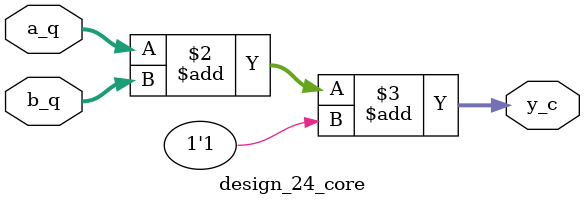
<source format=v>
module design_24_core #(
  parameter W = 20
)(
  input      [W-1:0] a_q,
  input      [W-1:0] b_q,
  output reg [W-1:0] y_c
);
  always @* begin
    y_c = a_q + b_q + 1'b1;
  end
endmodule

</source>
